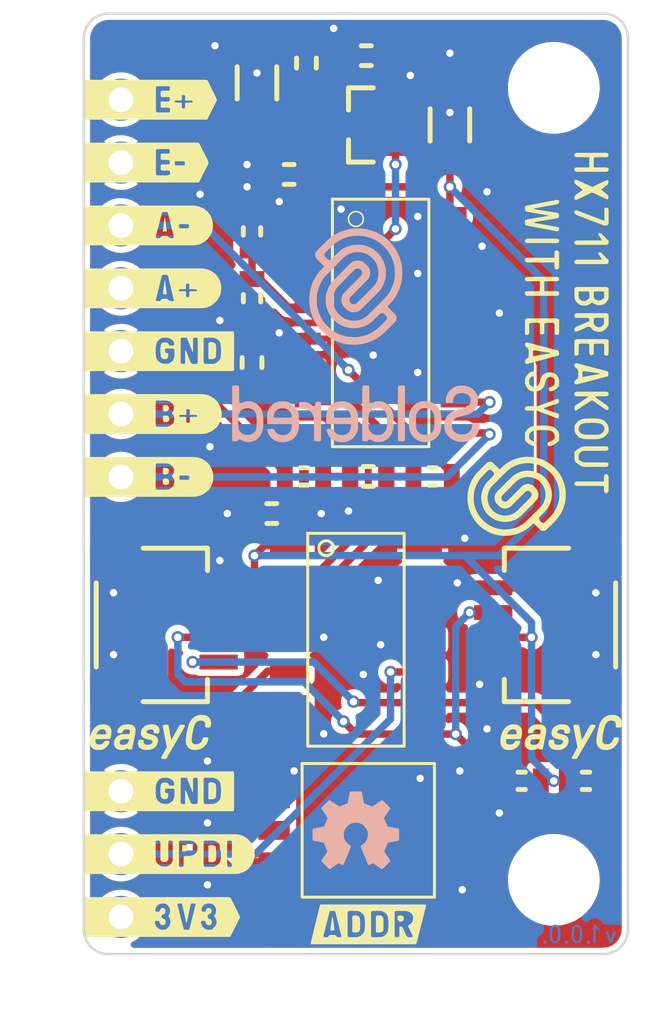
<source format=kicad_pcb>
(kicad_pcb (version 20210126) (generator pcbnew)
  (layers (0 "F.Cu" signal) (31 "B.Cu" signal) (34 "B.Paste" user) (35 "F.Paste" user) (36 "B.SilkS" user "B.Silkscreen") (37 "F.SilkS" user "F.Silkscreen") (38 "B.Mask" user) (39 "F.Mask" user) (44 "Edge.Cuts" user))
  (net 0 "")
  (net 1 "Net-(C1-Pad2)")
  (net 2 "GND")
  (net 3 "Net-(C3-Pad2)")
  (net 4 "Net-(C4-Pad2)")
  (net 5 "Net-(C4-Pad1)")
  (net 6 "3V3")
  (net 7 "Net-(K1-Pad3)")
  (net 8 "Net-(K1-Pad2)")
  (net 9 "Net-(K2-Pad2)")
  (net 10 "Net-(K2-Pad1)")
  (net 11 "SDA")
  (net 12 "SCL")
  (net 13 "UPDI")
  (net 14 "ADD3")
  (net 15 "ADD2")
  (net 16 "ADD1")
  (net 17 "Net-(L1-Pad2)")
  (net 18 "Net-(Q1-Pad1)")
  (net 19 "Net-(R3-Pad1)")
  (net 21 "DOUT")
  (net 22 "SCK")
  (footprint "e-radionica.com footprinti:0603L" (layer "F.Cu") (at 91.4 113.7)
    (fp_text reference "L1")
    (fp_text value "3.3uH")
    (pad "1" smd rect (at -0.71 0) (size 0.66 1) (layers "F.Cu" "F.Paste" "F.Mask") (net 1 "Net-(C1-Pad2)"))
    (pad "2" smd rect (at 0.75 0) (size 0.66 1) (layers "F.Cu" "F.Paste" "F.Mask") (net 17 "Net-(L1-Pad2)"))
  )
  (footprint "e-radionica.com footprinti:SOIC-14" (layer "F.Cu") (at 91 137.3)
    (fp_text reference "U2")
    (fp_text value "ATTINY404-SSNR")
    (pad "1" smd rect (at -2.7 -3.81) (size 1.55 0.6) (layers "F.Cu" "F.Paste" "F.Mask") (net 6 "3V3"))
    (pad "2" smd rect (at -2.7 -2.54) (size 1.55 0.6) (layers "F.Cu" "F.Paste" "F.Mask") (net 22 "SCK"))
    (pad "3" smd rect (at -2.7 -1.27) (size 1.55 0.6) (layers "F.Cu" "F.Paste" "F.Mask") (net 21 "DOUT"))
    (pad "4" smd rect (at -2.7 0) (size 1.55 0.6) (layers "F.Cu" "F.Paste" "F.Mask"))
    (pad "5" smd rect (at -2.7 1.27) (size 1.55 0.6) (layers "F.Cu" "F.Paste" "F.Mask") (net 14 "ADD3"))
    (pad "6" smd rect (at -2.7 2.54) (size 1.55 0.6) (layers "F.Cu" "F.Paste" "F.Mask") (net 15 "ADD2"))
    (pad "7" smd rect (at -2.7 3.81) (size 1.55 0.6) (layers "F.Cu" "F.Paste" "F.Mask") (net 16 "ADD1"))
    (pad "8" smd rect (at 2.7 3.81) (size 1.55 0.6) (layers "F.Cu" "F.Paste" "F.Mask") (net 11 "SDA"))
    (pad "9" smd rect (at 2.7 2.54) (size 1.55 0.6) (layers "F.Cu" "F.Paste" "F.Mask") (net 12 "SCL"))
    (pad "10" smd rect (at 2.7 1.27) (size 1.55 0.6) (layers "F.Cu" "F.Paste" "F.Mask") (net 13 "UPDI"))
    (pad "11" smd rect (at 2.7 0) (size 1.55 0.6) (layers "F.Cu" "F.Paste" "F.Mask"))
    (pad "12" smd rect (at 2.7 -1.27) (size 1.55 0.6) (layers "F.Cu" "F.Paste" "F.Mask"))
    (pad "13" smd rect (at 2.7 -2.54) (size 1.55 0.6) (layers "F.Cu" "F.Paste" "F.Mask"))
    (pad "14" smd rect (at 2.7 -3.81) (size 1.55 0.6) (layers "F.Cu" "F.Paste" "F.Mask") (net 2 "GND"))
  )
  (footprint "buzzardLabel" (layer "F.Cu") (at 79.6 145.96)
    (fp_text reference "" (at 0 0) (layer "F.SilkS") (effects (font (size 1.27 1.27))))
    (fp_text value "" (at 0 0) (layer "F.SilkS") (effects (font (size 1.27 1.27))))
  )
  (footprint "buzzardLabel" (layer "F.Cu") (at 79.6 123.1)
    (fp_text reference "" (at 0 0) (layer "F.SilkS") (effects (font (size 1.27 1.27))))
    (fp_text value "" (at 0 0) (layer "F.SilkS") (effects (font (size 1.27 1.27))))
  )
  (footprint "e-radionica.com footprinti:0603R" (layer "F.Cu") (at 88.9 130.7 180)
    (fp_text reference "R2")
    (fp_text value "100R")
    (pad "1" smd rect (at -0.775 0 270) (size 1 0.64) (layers "F.Cu" "F.Paste" "F.Mask") (net 5 "Net-(C4-Pad1)"))
    (pad "2" smd rect (at 0.775 0 270) (size 1 0.64) (layers "F.Cu" "F.Paste" "F.Mask") (net 8 "Net-(K1-Pad2)"))
  )
  (footprint "buzzardLabel" (layer "F.Cu") (at 79.6 120.56)
    (fp_text reference "" (at 0 0) (layer "F.SilkS") (effects (font (size 1.27 1.27))))
    (fp_text value "" (at 0 0) (layer "F.SilkS") (effects (font (size 1.27 1.27))))
  )
  (footprint "Soldered Graphics:Logo-Back-OSH-3.5mm" (layer "F.Cu") (at 91 145)
    (fp_text reference "G***" hide)
    (fp_text value "LOGO" hide)
  )
  (footprint "buzzardLabel" (layer "F.Cu") (at 79.6 128.18)
    (fp_text reference "" (at 0 0) (layer "F.SilkS") (effects (font (size 1.27 1.27))))
    (fp_text value "" (at 0 0) (layer "F.SilkS") (effects (font (size 1.27 1.27))))
  )
  (footprint "Soldered Graphics:Logo-Back-SolderedVERTICAL-10mm" (layer "F.Cu") (at 91 125)
    (fp_text reference "G***" hide)
    (fp_text value "LOGO" hide)
  )
  (footprint "e-radionica.com footprinti:1206C" (layer "F.Cu") (at 87 114.8 -90)
    (fp_text reference "C2")
    (fp_text value "10uF")
    (pad "1" smd rect (at -1.525 0) (size 1.75 1) (layers "F.Cu" "F.Paste" "F.Mask") (net 2 "GND"))
    (pad "2" smd rect (at 1.525 0) (size 1.75 1) (layers "F.Cu" "F.Paste" "F.Mask") (net 1 "Net-(C1-Pad2)"))
  )
  (footprint "e-radionica.com footprinti:FIDUCIAL_1MM_PASTE" (layer "F.Cu") (at 88 149)
    (fp_text reference "FD1")
    (fp_text value "Fiducial_Stencil")
    (pad "1" smd circle (at 0 0) (size 1 1) (property pad_prop_fiducial_glob) (layers "F.Cu" "F.Paste" "F.Mask"))
  )
  (footprint "e-radionica.com footprinti:HOLE_3.2mm" (layer "F.Cu") (at 99 115)
    (fp_text reference "H1" hide)
    (fp_text value "HOLE_3.2mm" hide)
    (pad "" np_thru_hole circle (at 0 0) (size 3.2 3.2) (drill 3.2) (layers F&B.Cu *.Mask))
  )
  (footprint "e-radionica.com footprinti:0603R" (layer "F.Cu") (at 100.3 143 180)
    (fp_text reference "R6")
    (fp_text value "10k")
    (pad "1" smd rect (at -0.775 0 270) (size 1 0.64) (layers "F.Cu" "F.Paste" "F.Mask") (net 12 "SCL"))
    (pad "2" smd rect (at 0.775 0 270) (size 1 0.64) (layers "F.Cu" "F.Paste" "F.Mask") (net 6 "3V3"))
  )
  (footprint "e-radionica.com footprinti:1206C" (layer "F.Cu") (at 94.8 116.5 -90)
    (fp_text reference "C6")
    (fp_text value "10uF")
    (pad "1" smd rect (at -1.525 0) (size 1.75 1) (layers "F.Cu" "F.Paste" "F.Mask") (net 2 "GND"))
    (pad "2" smd rect (at 1.525 0) (size 1.75 1) (layers "F.Cu" "F.Paste" "F.Mask") (net 6 "3V3"))
  )
  (footprint "e-radionica.com footprinti:easyC-connector" (layer "F.Cu") (at 83.3 136.7 90)
    (fp_text reference "K5")
    (fp_text value "easyC-SMD")
    (pad "1" smd rect (at -1.5 2.15 90) (size 0.6 1.55) (layers "F.Cu" "F.Paste" "F.Mask") (net 12 "SCL"))
    (pad "2" smd rect (at -0.5 2.15 90) (size 0.6 1.55) (layers "F.Cu" "F.Paste" "F.Mask") (net 11 "SDA"))
    (pad "3" smd rect (at 0.5 2.15 90) (size 0.6 1.55) (layers "F.Cu" "F.Paste" "F.Mask") (net 6 "3V3"))
    (pad "4" smd rect (at 1.5 2.15 90) (size 0.6 1.55) (layers "F.Cu" "F.Paste" "F.Mask") (net 2 "GND"))
    (pad "5" smd rect (at 2.6 -2.15 90) (size 1.2 1.8) (layers "F.Cu" "F.Paste" "F.Mask") (net 2 "GND"))
    (pad "5" smd rect (at -2.6 -2.15 90) (size 1.2 1.8) (layers "F.Cu" "F.Paste" "F.Mask") (net 2 "GND"))
  )
  (footprint "buzzardLabel" (layer "F.Cu") (at 79.6 143.42)
    (fp_text reference "" (at 0 0) (layer "F.SilkS") (effects (font (size 1.27 1.27))))
    (fp_text value "" (at 0 0) (layer "F.SilkS") (effects (font (size 1.27 1.27))))
  )
  (footprint "e-radionica.com footprinti:0603R" (layer "F.Cu") (at 97.7 143)
    (fp_text reference "R5")
    (fp_text value "10k")
    (pad "1" smd rect (at -0.775 0 90) (size 1 0.64) (layers "F.Cu" "F.Paste" "F.Mask") (net 11 "SDA"))
    (pad "2" smd rect (at 0.775 0 90) (size 1 0.64) (layers "F.Cu" "F.Paste" "F.Mask") (net 6 "3V3"))
  )
  (footprint "e-radionica.com footprinti:SOT-23-3" (layer "F.Cu") (at 91.4 116.5 180)
    (fp_text reference "Q1")
    (fp_text value "MMBT4403")
    (pad "1" smd rect (at -1.2 -0.95 270) (size 0.6 1) (layers "F.Cu" "F.Paste" "F.Mask") (net 18 "Net-(Q1-Pad1)"))
    (pad "2" smd rect (at -1.2 0.95 270) (size 0.6 1) (layers "F.Cu" "F.Paste" "F.Mask") (net 6 "3V3"))
    (pad "3" smd rect (at 1.2 0 270) (size 0.6 1) (layers "F.Cu" "F.Paste" "F.Mask") (net 17 "Net-(L1-Pad2)"))
  )
  (footprint "e-radionica.com footprinti:0603R" (layer "F.Cu") (at 86.8 120.8 90)
    (fp_text reference "R3")
    (fp_text value "20k")
    (pad "1" smd rect (at -0.775 0 180) (size 1 0.64) (layers "F.Cu" "F.Paste" "F.Mask") (net 19 "Net-(R3-Pad1)"))
    (pad "2" smd rect (at 0.775 0 180) (size 1 0.64) (layers "F.Cu" "F.Paste" "F.Mask") (net 17 "Net-(L1-Pad2)"))
  )
  (footprint "e-radionica.com footprinti:0603C" (layer "F.Cu") (at 88.3 118.5)
    (fp_text reference "C5")
    (fp_text value "100nF")
    (pad "1" smd rect (at -0.73 0) (size 0.66 1) (layers "F.Cu" "F.Paste" "F.Mask") (net 2 "GND"))
    (pad "2" smd rect (at 0.73 0) (size 0.66 1) (layers "F.Cu" "F.Paste" "F.Mask") (net 6 "3V3"))
  )
  (footprint "Soldered Graphics:Logo-Front-easyC-5mm" (layer "F.Cu") (at 99.3 141.2)
    (fp_text reference "G***" hide)
    (fp_text value "LOGO" hide)
  )
  (footprint "e-radionica.com footprinti:0603C" (layer "F.Cu") (at 91.5 130.7)
    (fp_text reference "C4")
    (fp_text value "100nF")
    (pad "1" smd rect (at -0.73 0) (size 0.66 1) (layers "F.Cu" "F.Paste" "F.Mask") (net 5 "Net-(C4-Pad1)"))
    (pad "2" smd rect (at 0.73 0) (size 0.66 1) (layers "F.Cu" "F.Paste" "F.Mask") (net 4 "Net-(C4-Pad2)"))
  )
  (footprint "e-radionica.com footprinti:HOLE_3.2mm" (layer "F.Cu") (at 99 147)
    (fp_text reference "H2" hide)
    (fp_text value "HOLE_3.2mm" hide)
    (pad "" np_thru_hole circle (at 0 0) (size 3.2 3.2) (drill 3.2) (layers F&B.Cu *.Mask))
  )
  (footprint "buzzardLabel" (layer "F.Cu") (at 91.5 148.8)
    (fp_text reference "" (at 0 0) (layer "F.SilkS") (effects (font (size 1.27 1.27))))
    (fp_text value "" (at 0 0) (layer "F.SilkS") (effects (font (size 1.27 1.27))))
  )
  (footprint "e-radionica.com footprinti:HEADER-UPDI" (layer "F.Cu") (at 81.5 145.96 90)
    (fp_text reference "K4")
    (fp_text value "HEADER-UPDI")
    (pad "1" thru_hole circle (at -2.54 0 90) (size 1.7 1.7) (drill 1) (layers *.Cu "B.Mask") (net 6 "3V3"))
    (pad "2" thru_hole circle (at 0 0 90) (size 1.7 1.7) (drill 1) (layers *.Cu "B.Mask") (net 13 "UPDI"))
    (pad "3" thru_hole circle (at 2.54 0 90) (size 1.7 1.7) (drill 1) (layers *.Cu "B.Mask") (net 2 "GND"))
  )
  (footprint "e-radionica.com footprinti:DSHP03TS-S" (layer "F.Cu") (at 91.5 145)
    (fp_text reference "K6")
    (fp_text value "DSHP03TS-S")
    (pad "1" smd rect (at -3.81 -1.27 90) (size 0.76 1.27) (layers "F.Cu" "F.Paste" "F.Mask") (net 16 "ADD1"))
    (pad "2" smd rect (at 3.81 -1.27 90) (size 0.76 1.27) (layers "F.Cu" "F.Paste" "F.Mask") (net 2 "GND"))
    (pad "3" smd rect (at -3.81 0 90) (size 0.76 1.27) (layers "F.Cu" "F.Paste" "F.Mask") (net 15 "ADD2"))
    (pad "4" smd rect (at 3.81 0 90) (size 0.76 1.27) (layers "F.Cu" "F.Paste" "F.Mask") (net 2 "GND"))
    (pad "5" smd rect (at -3.81 1.27 90) (size 0.76 1.27) (layers "F.Cu" "F.Paste" "F.Mask") (net 14 "ADD3"))
    (pad "6" smd rect (at 3.81 1.27 90) (size 0.76 1.27) (layers "F.Cu" "F.Paste" "F.Mask") (net 2 "GND"))
  )
  (footprint "e-radionica.com footprinti:0603C" (layer "F.Cu") (at 86.8 126.1 -90)
    (fp_text reference "C3")
    (fp_text value "100nF")
    (pad "1" smd rect (at -0.73 0 270) (size 0.66 1) (layers "F.Cu" "F.Paste" "F.Mask") (net 2 "GND"))
    (pad "2" smd rect (at 0.73 0 270) (size 0.66 1) (layers "F.Cu" "F.Paste" "F.Mask") (net 3 "Net-(C3-Pad2)"))
  )
  (footprint "buzzardLabel" (layer "F.Cu") (at 79.6 115.48)
    (fp_text reference "" (at 0 0) (layer "F.SilkS") (effects (font (size 1.27 1.27))))
    (fp_text value "" (at 0 0) (layer "F.SilkS") (effects (font (size 1.27 1.27))))
  )
  (footprint "buzzardLabel" (layer "F.Cu") (at 79.6 125.64)
    (fp_text reference "" (at 0 0) (layer "F.SilkS") (effects (font (size 1.27 1.27))))
    (fp_text value "" (at 0 0) (layer "F.SilkS") (effects (font (size 1.27 1.27))))
  )
  (footprint "e-radionica.com footprinti:SOP-16" (layer "F.Cu") (at 92 124.5)
    (fp_text reference "U1")
    (fp_text value "HX711")
    (pad "1" smd rect (at -2.95 -4.445) (size 1.05 0.48) (layers "F.Cu" "F.Paste" "F.Mask") (net 6 "3V3"))
    (pad "2" smd rect (at -2.95 -3.175) (size 1.05 0.48) (layers "F.Cu" "F.Paste" "F.Mask") (net 18 "Net-(Q1-Pad1)"))
    (pad "3" smd rect (at -2.95 -1.905) (size 1.05 0.48) (layers "F.Cu" "F.Paste" "F.Mask") (net 17 "Net-(L1-Pad2)"))
    (pad "4" smd rect (at -2.95 -0.635) (size 1.05 0.48) (layers "F.Cu" "F.Paste" "F.Mask") (net 19 "Net-(R3-Pad1)"))
    (pad "5" smd rect (at -2.95 0.635) (size 1.05 0.48) (layers "F.Cu" "F.Paste" "F.Mask") (net 2 "GND"))
    (pad "6" smd rect (at -2.95 1.905) (size 1.05 0.48) (layers "F.Cu" "F.Paste" "F.Mask") (net 3 "Net-(C3-Pad2)"))
    (pad "7" smd rect (at -2.95 3.175) (size 1.05 0.48) (layers "F.Cu" "F.Paste" "F.Mask") (net 4 "Net-(C4-Pad2)"))
    (pad "8" smd rect (at -2.95 4.445) (size 1.05 0.48) (layers "F.Cu" "F.Paste" "F.Mask") (net 5 "Net-(C4-Pad1)"))
    (pad "9" smd rect (at 2.95 4.445) (size 1.05 0.48) (layers "F.Cu" "F.Paste" "F.Mask") (net 10 "Net-(K2-Pad1)"))
    (pad "10" smd rect (at 2.95 3.175) (size 1.05 0.48) (layers "F.Cu" "F.Paste" "F.Mask") (net 9 "Net-(K2-Pad2)"))
    (pad "11" smd rect (at 2.95 1.905) (size 1.05 0.48) (layers "F.Cu" "F.Paste" "F.Mask") (net 22 "SCK"))
    (pad "12" smd rect (at 2.95 0.635) (size 1.05 0.48) (layers "F.Cu" "F.Paste" "F.Mask") (net 21 "DOUT"))
    (pad "13" smd rect (at 2.95 -0.635) (size 1.05 0.48) (layers "F.Cu" "F.Paste" "F.Mask"))
    (pad "14" smd rect (at 2.95 -1.905) (size 1.05 0.48) (layers "F.Cu" "F.Paste" "F.Mask") (net 2 "GND"))
    (pad "15" smd rect (at 2.95 -3.175) (size 1.05 0.48) (layers "F.Cu" "F.Paste" "F.Mask") (net 2 "GND"))
    (pad "16" smd rect (at 2.95 -4.445) (size 1.05 0.48) (layers "F.Cu" "F.Paste" "F.Mask") (net 6 "3V3"))
  )
  (footprint "buzzardLabel" (layer "F.Cu") (at 98.5 124.5 -90)
    (fp_text reference "" (at 0 0 90) (layer "F.SilkS") (effects (font (size 1.27 1.27))))
    (fp_text value "" (at 0 0 90) (layer "F.SilkS") (effects (font (size 1.27 1.27))))
  )
  (footprint "e-radionica.com footprinti:0603C" (layer "F.Cu") (at 89 114 -90)
    (fp_text reference "C1")
    (fp_text value "100nF")
    (pad "1" smd rect (at -0.73 0 270) (size 0.66 1) (layers "F.Cu" "F.Paste" "F.Mask") (net 2 "GND"))
    (pad "2" smd rect (at 0.73 0 270) (size 0.66 1) (layers "F.Cu" "F.Paste" "F.Mask") (net 1 "Net-(C1-Pad2)"))
  )
  (footprint "e-radionica.com footprinti:0603C" (layer "F.Cu") (at 87.6 132.2 180)
    (fp_text reference "C7")
    (fp_text value "0.1uF")
    (pad "1" smd rect (at -0.73 0 180) (size 0.66 1) (layers "F.Cu" "F.Paste" "F.Mask") (net 6 "3V3"))
    (pad "2" smd rect (at 0.73 0 180) (size 0.66 1) (layers "F.Cu" "F.Paste" "F.Mask") (net 2 "GND"))
  )
  (footprint "Soldered Graphics:Logo-Front-easyC-5mm" (layer "F.Cu") (at 82.7 141.2)
    (fp_text reference "G***" hide)
    (fp_text value "LOGO" hide)
  )
  (footprint "buzzardLabel" (layer "F.Cu") (at 79.6 148.5)
    (fp_text reference "" (at 0 0) (layer "F.SilkS") (effects (font (size 1.27 1.27))))
    (fp_text value "" (at 0 0) (layer "F.SilkS") (effects (font (size 1.27 1.27))))
  )
  (footprint "e-radionica.com footprinti:easyC-connector" (layer "F.Cu") (at 98.7 136.7 -90)
    (fp_text reference "K3")
    (fp_text value "easyC-SMD")
    (pad "1" smd rect (at -1.5 2.15 270) (size 0.6 1.55) (layers "F.Cu" "F.Paste" "F.Mask") (net 12 "SCL"))
    (pad "2" smd rect (at -0.5 2.15 270) (size 0.6 1.55) (layers "F.Cu" "F.Paste" "F.Mask") (net 11 "SDA"))
    (pad "3" smd rect (at 0.5 2.15 270) (size 0.6 1.55) (layers "F.Cu" "F.Paste" "F.Mask") (net 6 "3V3"))
    (pad "4" smd rect (at 1.5 2.15 270) (size 0.6 1.55) (layers "F.Cu" "F.Paste" "F.Mask") (net 2 "GND"))
    (pad "5" smd rect (at -2.6 -2.15 270) (size 1.2 1.8) (layers "F.Cu" "F.Paste" "F.Mask") (net 2 "GND"))
    (pad "5" smd rect (at 2.6 -2.15 270) (size 1.2 1.8) (layers "F.Cu" "F.Paste" "F.Mask") (net 2 "GND"))
  )
  (footprint "Soldered Graphics:Logo-Front-Soldered-4mm" (layer "F.Cu") (at 97.5 131.5 90)
    (fp_text reference "G***" hide)
    (fp_text value "LOGO" hide)
  )
  (footprint "buzzardLabel" (layer "F.Cu") (at 79.6 130.72)
    (fp_text reference "" (at 0 0) (layer "F.SilkS") (effects (font (size 1.27 1.27))))
    (fp_text value "" (at 0 0) (layer "F.SilkS") (effects (font (size 1.27 1.27))))
  )
  (footprint "e-radionica.com footprinti:0603R" (layer "F.Cu") (at 94.1 130.7)
    (fp_text reference "R1")
    (fp_text value "100R")
    (pad "1" smd rect (at -0.775 0 90) (size 1 0.64) (layers "F.Cu" "F.Paste" "F.Mask") (net 4 "Net-(C4-Pad2)"))
    (pad "2" smd rect (at 0.775 0 90) (size 1 0.64) (layers "F.Cu" "F.Paste" "F.Mask") (net 7 "Net-(K1-Pad3)"))
  )
  (footprint "buzzardLabel" (layer "F.Cu") (at 79.6 118.02)
    (fp_text reference "" (at 0 0) (layer "F.SilkS") (effects (font (size 1.27 1.27))))
    (fp_text value "" (at 0 0) (layer "F.SilkS") (effects (font (size 1.27 1.27))))
  )
  (footprint "buzzardLabel" (layer "F.Cu") (at 100.5 124.5 -90)
    (fp_text reference "" (at 0 0 90) (layer "F.SilkS") (effects (font (size 1.27 1.27))))
    (fp_text value "" (at 0 0 90) (layer "F.SilkS") (effects (font (size 1.27 1.27))))
  )
  (footprint "e-radionica.com footprinti:0603R" (layer "F.Cu") (at 86.8 123.5 90)
    (fp_text reference "R4")
    (fp_text value "8.2k")
    (pad "1" smd rect (at -0.775 0 180) (size 1 0.64) (layers "F.Cu" "F.Paste" "F.Mask") (net 2 "GND"))
    (pad "2" smd rect (at 0.775 0 180) (size 1 0.64) (layers "F.Cu" "F.Paste" "F.Mask") (net 19 "Net-(R3-Pad1)"))
  )
  (footprint "e-radionica.com footprinti:HEADER_MALE_5X1" (layer "B.Cu") (at 81.5 120.56 90)
    (fp_text reference "K1")
    (fp_text value "HEADER_MALE_5X1")
    (pad "1" thru_hole circle (at -5.08 0 90) (size 1.7 1.7) (drill 1) (layers *.Cu *.Mask) (net 2 "GND"))
    (pad "2" thru_hole circle (at -2.54 0 90) (size 1.7 1.7) (drill 1) (layers *.Cu *.Mask) (net 8 "Net-(K1-Pad2)"))
    (pad "3" thru_hole circle (at 0 0 90) (size 1.7 1.7) (drill 1) (layers *.Cu *.Mask) (net 7 "Net-(K1-Pad3)"))
    (pad "4" thru_hole circle (at 2.54 0 90) (size 1.7 1.7) (drill 1) (layers *.Cu *.Mask) (net 2 "GND"))
    (pad "5" thru_hole circle (at 5.08 0 90) (size 1.7 1.7) (drill 1) (layers *.Cu *.Mask) (net 1 "Net-(C1-Pad2)"))
  )
  (footprint "e-radionica.com footprinti:HEADER_MALE_2X1" (layer "B.Cu") (at 81.5 129.45 90)
    (fp_text reference "K2")
    (fp_text value "HEADER_MALE_2X1")
    (pad "1" thru_hole circle (at -1.27 0 90) (size 1.524 1.524) (drill 1) (layers *.Cu *.Mask) (net 10 "Net-(K2-Pad1)"))
    (pad "2" thru_hole circle (at 1.27 0 90) (size 1.524 1.524) (drill 1) (layers *.Cu *.Mask) (net 9 "Net-(K2-Pad2)"))
  )
  (footprint "Soldered Graphics:Version1.0.0." (layer "B.Cu") (at 100 149.2 180)
    (fp_text reference "" (at 0 0) (layer "B.SilkS") (effects (font (size 1.27 1.27)) (justify mirror)))
    (fp_text value "" (at 0 0) (layer "B.SilkS") (effects (font (size 1.27 1.27)) (justify mirror)))
    (fp_poly (pts (xy 0.06 -0.35) (xy 0.11 -0.35) (xy 0.17 -0.33) (xy 0.13 -0.28) (xy 0.03 -0.28) (xy -0.01 -0.25) (xy -0.03 -0.2) (xy -0.05 -0.15) (xy -0.05 -0.11) (xy -0.05 0.01) (xy -0.05 0.13) (xy -0.05 0.17) (xy -0.03 0.22) (xy -0.01 0.27) (xy 0.02 0.3) (xy 0.13 0.3) (xy 0.16 0.26) (xy 0.18 0.21) (xy 0.18 0.15) (xy 0.19 0.05) (xy 0.19 -0.08) (xy 0.19 -0.12) (xy 0.18 -0.17) (xy 0.16 -0.22) (xy 0.14 -0.27) (xy 0.14 -0.28) (xy 0.17 -0.32) (xy 0.21 -0.29) (xy 0.24 -0.26) (xy 0.26 -0.22) (xy 0.27 -0.16) (xy 0.28 -0.11) (xy 0.28 -0.06) (xy 0.28 0.06) (xy 0.28 0.12) (xy 0.27 0.17) (xy 0.26 0.22) (xy 0.25 0.27) (xy 0.22 0.3) (xy 0.19 0.34) (xy 0.13 0.37) (xy 0.08 0.38) (xy 0.02 0.38) (xy -0.03 0.35) (xy -0.08 0.31) (xy -0.1 0.28) (xy -0.12 0.23) (xy -0.14 0.18) (xy -0.14 0.13) (xy -0.15 0.08) (xy -0.15 -0.04) (xy -0.14 -0.1) (xy -0.14 -0.14) (xy -0.13 -0.2) (xy -0.11 -0.25) (xy -0.08 -0.28) (xy -0.05 -0.32) (xy 0.01 -0.35) (xy 0.06 -0.35)) (layer "B.Cu") (width 0.01) (fill solid))
    (fp_poly (pts (xy -0.67 -0.35) (xy -0.62 -0.35) (xy -0.6 -0.31) (xy -0.6 0.35) (xy -0.64 0.38) (xy -0.69 0.38) (xy -0.73 0.34) (xy -0.84 0.22) (xy -0.86 0.17) (xy -0.83 0.16) (xy -0.73 0.22) (xy -0.69 0.23) (xy -0.69 -0.31) (xy -0.67 -0.35)) (layer "B.Cu") (width 0.01) (fill solid))
    (fp_poly (pts (xy 0.43 -0.38) (xy 0.48 -0.38) (xy 0.54 -0.37) (xy 0.54 -0.33) (xy 0.54 -0.27) (xy 0.5 -0.26) (xy 0.45 -0.26) (xy 0.42 -0.29) (xy 0.42 -0.34) (xy 0.43 -0.38)) (layer "B.Cu") (width 0.01) (fill solid))
    (fp_poly (pts (xy -1.33 -0.35) (xy -1.27 -0.35) (xy -1.25 -0.31) (xy -1.09 0.1) (xy -1.11 0.13) (xy -1.16 0.13) (xy -1.19 0.1) (xy -1.28 -0.16) (xy -1.3 -0.21) (xy -1.32 -0.17) (xy -1.41 0.09) (xy -1.44 0.13) (xy -1.49 0.13) (xy -1.51 0.1) (xy -1.36 -0.31) (xy -1.33 -0.35)) (layer "B.Cu") (width 0.01) (fill solid))
    (fp_poly (pts (xy -0.44 -0.38) (xy -0.39 -0.38) (xy -0.34 -0.37) (xy -0.34 -0.33) (xy -0.34 -0.27) (xy -0.38 -0.26) (xy -0.43 -0.26) (xy -0.46 -0.29) (xy -0.46 -0.34) (xy -0.44 -0.38)) (layer "B.Cu") (width 0.01) (fill solid))
    (fp_poly (pts (xy 0.93 -0.35) (xy 0.99 -0.35) (xy 1.04 -0.33) (xy 1.01 -0.28) (xy 0.91 -0.28) (xy 0.87 -0.25) (xy 0.85 -0.2) (xy 0.83 -0.15) (xy 0.83 -0.11) (xy 0.82 0.01) (xy 0.83 0.13) (xy 0.83 0.17) (xy 0.84 0.22) (xy 0.87 0.27) (xy 0.9 0.3) (xy 1.01 0.3) (xy 1.04 0.26) (xy 1.05 0.21) (xy 1.06 0.15) (xy 1.07 0.05) (xy 1.07 -0.08) (xy 1.06 -0.12) (xy 1.06 -0.17) (xy 1.04 -0.22) (xy 1.02 -0.27) (xy 1.01 -0.28) (xy 1.05 -0.32) (xy 1.09 -0.29) (xy 1.12 -0.26) (xy 1.14 -0.22) (xy 1.15 -0.16) (xy 1.16 -0.11) (xy 1.16 -0.06) (xy 1.16 0.06) (xy 1.16 0.12) (xy 1.15 0.17) (xy 1.14 0.22) (xy 1.13 0.27) (xy 1.1 0.3) (xy 1.06 0.34) (xy 1.01 0.37) (xy 0.95 0.38) (xy 0.9 0.38) (xy 0.84 0.35) (xy 0.8 0.31) (xy 0.78 0.28) (xy 0.75 0.23) (xy 0.74 0.18) (xy 0.74 0.13) (xy 0.73 0.08) (xy 0.73 -0.04) (xy 0.73 -0.1) (xy 0.74 -0.14) (xy 0.75 -0.2) (xy 0.77 -0.25) (xy 0.79 -0.28) (xy 0.83 -0.32) (xy 0.89 -0.35) (xy 0.93 -0.35)) (layer "B.Cu") (width 0.01) (fill solid))
    (fp_poly (pts (xy 1.31 -0.38) (xy 1.36 -0.38) (xy 1.41 -0.37) (xy 1.42 -0.33) (xy 1.42 -0.27) (xy 1.38 -0.26) (xy 1.33 -0.26) (xy 1.3 -0.29) (xy 1.3 -0.34) (xy 1.31 -0.38)) (layer "B.Cu") (width 0.01) (fill solid))
  )
  (gr_arc (start 81 113) (end 81 112) (angle -90) (layer "Edge.Cuts") (width 0.1))
  (gr_line (start 101 112) (end 81 112) (layer "Edge.Cuts") (width 0.1))
  (gr_line (start 102 149) (end 102 113) (layer "Edge.Cuts") (width 0.1))
  (gr_line (start 81 150) (end 101 150) (layer "Edge.Cuts") (width 0.1))
  (gr_line (start 80 113) (end 80 149) (layer "Edge.Cuts") (width 0.1))
  (gr_arc (start 101 149) (end 101 150) (angle -90) (layer "Edge.Cuts") (width 0.1))
  (gr_arc (start 101 113) (end 102 113) (angle -90) (layer "Edge.Cuts") (width 0.1))
  (gr_arc (start 81 149) (end 81 150) (angle 90) (layer "Edge.Cuts") (width 0.1))
  (segment (start 89.77 114.73) (end 89 114.73) (width 0.3) (layer "F.Cu") (net 1))
  (segment (start 86.95 116.325) (end 87.675 116.325) (width 0.3) (layer "F.Cu") (net 1))
  (segment (start 89 115) (end 89 114.73) (width 0.3) (layer "F.Cu") (net 1))
  (segment (start 87.675 116.325) (end 89 115) (width 0.3) (layer "F.Cu") (net 1))
  (segment (start 81.5 115.48) (end 84.58 115.48) (width 0.3) (layer "F.Cu") (net 1))
  (segment (start 85.4 116.3) (end 86.925 116.3) (width 0.3) (layer "F.Cu") (net 1))
  (segment (start 90.69 113.81) (end 89.77 114.73) (width 0.3) (layer "F.Cu") (net 1))
  (segment (start 84.58 115.48) (end 85.4 116.3) (width 0.3) (layer "F.Cu") (net 1))
  (segment (start 86.925 116.3) (end 86.95 116.325) (width 0.3) (layer "F.Cu") (net 1))
  (segment (start 90.69 113.7) (end 90.69 113.81) (width 0.3) (layer "F.Cu") (net 1))
  (via (at 85 147.2) (size 0.5) (drill 0.3) (layers "F.Cu" "B.Cu") (net 2))
  (via (at 91.7 125.8) (size 0.5) (drill 0.3) (layers "F.Cu" "B.Cu") (net 2))
  (via (at 90.1 112.6) (size 0.5) (drill 0.3) (layers "F.Cu" "B.Cu") (net 2))
  (via (at 100.7 135.4) (size 0.5) (drill 0.3) (layers "F.Cu" "B.Cu") (net 2))
  (via (at 89.7 141.1) (size 0.5) (drill 0.3) (layers "F.Cu" "B.Cu") (net 2))
  (via (at 95.2 142.6) (size 0.5) (drill 0.3) (layers "F.Cu" "B.Cu") (net 2))
  (via (at 85 144.7) (size 0.5) (drill 0.3) (layers "F.Cu" "B.Cu") (net 2))
  (via (at 85.5 124.4) (size 0.5) (drill 0.3) (layers "F.Cu" "B.Cu") (net 2))
  (via (at 96.1 121.4) (size 0.5) (drill 0.3) (layers "F.Cu" "B.Cu") (net 2))
  (via (at 85.1 129.5) (size 0.5) (drill 0.3) (layers "F.Cu" "B.Cu") (net 2))
  (via (at 87.9 124.9) (size 0.5) (drill 0.3) (layers "F.Cu" "B.Cu") (net 2))
  (via (at 85.3 113.3) (size 0.5) (drill 0.3) (layers "F.Cu" "B.Cu") (net 2))
  (via (at 87 114.4) (size 0.5) (drill 0.3) (layers "F.Cu" "B.Cu") (net 2))
  (via (at 95.1 135) (size 0.5) (drill 0.3) (layers "F.Cu" "B.Cu") (net 2))
  (via (at 91.3 138.7) (size 0.5) (drill 0.3) (layers "F.Cu" "B.Cu") (net 2))
  (via (at 89.7 137.2) (size 0.5) (drill 0.3) (layers "F.Cu" "B.Cu") (net 2))
  (via (at 91.9 134.9) (size 0.5) (drill 0.3) (layers "F.Cu" "B.Cu") (net 2))
  (via (at 89.6 132.2) (size 0.5) (drill 0.3) (layers "F.Cu" "B.Cu") (net 2))
  (via (at 85 142.2) (size 0.5) (drill 0.3) (layers "F.Cu" "B.Cu") (net 2))
  (via (at 85.8 132.2) (size 0.5) (drill 0.3) (layers "F.Cu" "B.Cu") (net 2))
  (via (at 92 137.5) (size 0.5) (drill 0.3) (layers "F.Cu" "B.Cu") (net 2))
  (via (at 86.6 118.1) (size 0.5) (drill 0.3) (layers "F.Cu" "B.Cu") (net 2))
  (via (at 93.6 142.9) (size 0.5) (drill 0.3) (layers "F.Cu" "B.Cu") (net 2))
  (via (at 96.8 144.3) (size 0.5) (drill 0.3) (layers "F.Cu" "B.Cu") (net 2))
  (via (at 87.9 119.6) (size 0.5) (drill 0.3) (layers "F.Cu" "B.Cu") (net 2))
  (via (at 93.5 120.2) (size 0.5) (drill 0.3) (layers "F.Cu" "B.Cu") (net 2))
  (via (at 94.8 113.6) (size 0.5) (drill 0.3) (layers "F.Cu" "B.Cu") (net 2))
  (via (at 90.7 132.1) (size 0.5) (drill 0.3) (layers "F.Cu" "B.Cu") (net 2))
  (via (at 94.8 116) (size 0.5) (drill 0.3) (layers "F.Cu" "B.Cu") (net 2))
  (via (at 96.8 124.1) (size 0.5) (drill 0.3) (layers "F.Cu" "B.Cu") (net 2))
  (via (at 85.5 134.1) (size 0.5) (drill 0.3) (layers "F.Cu" "B.Cu") (net 2))
  (via (at 81.2 135.4) (size 0.5) (drill 0.3) (layers "F.Cu" "B.Cu") (net 2))
  (via (at 84.7 119.3) (size 0.5) (drill 0.3) (layers "F.Cu" "B.Cu") (net 2))
  (via (at 93.2 114.5) (size 0.5) (drill 0.3) (layers "F.Cu" "B.Cu") (net 2))
  (via (at 95.3 147.4) (size 0.5) (drill 0.3) (layers "F.Cu" "B.Cu") (net 2))
  (via (at 86.6 119) (size 0.5) (drill 0.3) (layers "F.Cu" "B.Cu") (net 2))
  (via (at 96.3 140.9) (size 0.5) (drill 0.3) (layers "F.Cu" "B.Cu") (net 2))
  (via (at 93.5 122.5) (size 0.5) (drill 0.3) (layers "F.Cu" "B.Cu") (net 2))
  (via (at 96 139.1) (size 0.5) (drill 0.3) (layers "F.Cu" "B.Cu") (net 2))
  (via (at 95.4 133.2) (size 0.5) (drill 0.3) (layers "F.Cu" "B.Cu") (net 2))
  (via (at 81.2 137.9) (size 0.5) (drill 0.3) (layers "F.Cu" "B.Cu") (net 2))
  (via (at 93.5 126.5) (size 0.5) (drill 0.3) (layers "F.Cu" "B.Cu") (net 2))
  (via (at 90.4 119.9) (size 0.5) (drill 0.3) (layers "F.Cu" "B.Cu") (net 2))
  (via (at 96.3 119.2) (size 0.5) (drill 0.3) (layers "F.Cu" "B.Cu") (net 2))
  (via (at 100.7 137.9) (size 0.5) (drill 0.3) (layers "F.Cu" "B.Cu") (net 2))
  (via (at 88.5 142.6) (size 0.5) (drill 0.3) (layers "F.Cu" "B.Cu") (net 2))
  (segment (start 89.05 126.405) (end 88.095 126.405) (width 0.3) (layer "F.Cu") (net 3))
  (segment (start 87.67 126.83) (end 86.8 126.83) (width 0.3) (layer "F.Cu") (net 3))
  (segment (start 88.095 126.405) (end 87.67 126.83) (width 0.3) (layer "F.Cu") (net 3))
  (segment (start 93.325 130.125) (end 93.325 130.7) (width 0.3) (layer "F.Cu") (net 4))
  (segment (start 89.05 127.675) (end 90.875 127.675) (width 0.3) (layer "F.Cu") (net 4))
  (segment (start 92.23 130.7) (end 93.325 130.7) (width 0.3) (layer "F.Cu") (net 4))
  (segment (start 90.875 127.675) (end 93.325 130.125) (width 0.3) (layer "F.Cu") (net 4))
  (segment (start 89.675 130.7) (end 89.675 129.57) (width 0.3) (layer "F.Cu") (net 5))
  (segment (start 89.675 130.7) (end 90.77 130.7) (width 0.3) (layer "F.Cu") (net 5))
  (segment (start 89.675 129.57) (end 89.05 128.945) (width 0.3) (layer "F.Cu") (net 5))
  (segment (start 85.45 136.2) (end 83.5 136.2) (width 0.3) (layer "F.Cu") (net 6))
  (segment (start 98.1 137.2) (end 96.55 137.2) (width 0.3) (layer "F.Cu") (net 6))
  (segment (start 90.9 119) (end 90.4 118.5) (width 0.3) (layer "F.Cu") (net 6))
  (segment (start 83 139.5) (end 83 136.7) (width 0.3) (layer "F.Cu") (net 6))
  (segment (start 93.4 119) (end 90.9 119) (width 0.3) (layer "F.Cu") (net 6))
  (segment (start 92.65 115.55) (end 94.8 117.7) (width 0.3) (layer "F.Cu") (net 6))
  (segment (start 86.9 133.9) (end 87.31 133.49) (width 0.3) (layer "F.Cu") (net 6))
  (segment (start 94.8 119) (end 94.8 119.905) (width 0.3) (layer "F.Cu") (net 6))
  (segment (start 99 143) (end 98.475 143) (width 0.3) (layer "F.Cu") (net 6))
  (segment (start 85.45 136.2) (end 86.5 136.2) (width 0.3) (layer "F.Cu") (net 6))
  (segment (start 81.5 148.5) (end 83 148.5) (width 0.3) (layer "F.Cu") (net 6))
  (segment (start 84 140.5) (end 83 139.5) (width 0.3) (layer "F.Cu") (net 6))
  (segment (start 94.8 117.7) (end 94.8 118.025) (width 0.3) (layer "F.Cu") (net 6))
  (segment (start 83 148.5) (end 84 147.5) (width 0.3) (layer "F.Cu") (net 6))
  (segment (start 86.9 135.8) (end 86.9 133.9) (width 0.3) (layer "F.Cu") (net 6))
  (segment (start 89.05 120.055) (end 89.05 118.52) (width 0.3) (layer "F.Cu") (net 6))
  (segment (start 99.525 143) (end 99 143) (width 0.3) (layer "F.Cu") (net 6))
  (segment (start 92.6 115.55) (end 92.65 115.55) (width 0.3) (layer "F.Cu") (net 6))
  (segment (start 83 136.7) (end 83.5 136.2) (width 0.3) (layer "F.Cu") (net 6))
  (segment (start 90.4 118.5) (end 89.03 118.5) (width 0.3) (layer "F.Cu") (net 6))
  (segment (start 94.375 118.025) (end 93.4 119) (width 0.3) (layer "F.Cu") (net 6))
  (segment (start 94.8 119) (end 94.8 118.025) (width 0.3) (layer "F.Cu") (net 6))
  (segment (start 94.8 119.905) (end 94.95 120.055) (width 0.3) (layer "F.Cu") (net 6))
  (segment (start 87.31 133.49) (end 88.3 133.49) (width 0.3) (layer "F.Cu") (net 6))
  (segment (start 89.05 118.52) (end 89.03 118.5) (width 0.3) (layer "F.Cu") (net 6))
  (segment (start 94.8 118.025) (end 94.375 118.025) (width 0.3) (layer "F.Cu") (net 6))
  (segment (start 84 147.5) (end 84 140.5) (width 0.3) (layer "F.Cu") (net 6))
  (segment (start 86.5 136.2) (end 86.9 135.8) (width 0.3) (layer "F.Cu") (net 6))
  (segment (start 88.33 133.46) (end 88.3 133.49) (width 0.3) (layer "F.Cu") (net 6))
  (segment (start 88.33 132.2) (end 88.33 133.46) (width 0.3) (layer "F.Cu") (net 6))
  (via (at 98.1 137.2) (size 0.5) (drill 0.3) (layers "F.Cu" "B.Cu") (net 6))
  (via (at 99 143) (size 0.5) (drill 0.3) (layers "F.Cu" "B.Cu") (net 6))
  (via (at 86.9 133.9) (size 0.5) (drill 0.3) (layers "F.Cu" "B.Cu") (net 6))
  (via (at 94.8 119) (size 0.5) (drill 0.3) (layers "F.Cu" "B.Cu") (net 6))
  (segment (start 96.8 133.9) (end 98.6 132.1) (width 0.3) (layer "B.Cu") (net 6))
  (segment (start 95.4 133.9) (end 96.8 133.9) (width 0.3) (layer "B.Cu") (net 6))
  (segment (start 98.1 136.6) (end 98.1 137.2) (width 0.3) (layer "B.Cu") (net 6))
  (segment (start 95.4 133.9) (end 98.1 136.6) (width 0.3) (layer "B.Cu") (net 6))
  (segment (start 98.6 122.8) (end 94.8 119) (width 0.3) (layer "B.Cu") (net 6))
  (segment (start 86.9 133.9) (end 95.4 133.9) (width 0.3) (layer "B.Cu") (net 6))
  (segment (start 98.6 130.3) (end 98.6 122.8) (width 0.3) (layer "B.Cu") (net 6))
  (segment (start 98.1 137.2) (end 98.1 142.1) (width 0.3) (layer "B.Cu") (net 6))
  (segment (start 98.6 132.1) (end 98.6 130.3) (width 0.3) (layer "B.Cu") (net 6))
  (segment (start 98.1 142.1) (end 99 143) (width 0.3) (layer "B.Cu") (net 6))
  (segment (start 93.4 129.1) (end 90.7 126.4) (width 0.3) (layer "F.Cu") (net 7))
  (segment (start 94.875 130.7) (end 94.875 130.575) (width 0.3) (layer "F.Cu") (net 7))
  (segment (start 94.875 130.575) (end 93.4 129.1) (width 0.3) (layer "F.Cu") (net 7))
  (via (at 90.7 126.4) (size 0.5) (drill 0.3) (layers "F.Cu" "B.Cu") (net 7))
  (segment (start 90.7 126.4) (end 84.86 120.56) (width 0.3) (layer "B.Cu") (net 7))
  (segment (start 84.86 120.56) (end 81.5 120.56) (width 0.3) (layer "B.Cu") (net 7))
  (segment (start 82.3 123.1) (end 81.5 123.1) (width 0.3) (layer "F.Cu") (net 8))
  (segment (start 84 126.4) (end 84 124.8) (width 0.3) (layer "F.Cu") (net 8))
  (segment (start 84 124.8) (end 82.3 123.1) (width 0.3) (layer "F.Cu") (net 8))
  (segment (start 88.125 130.525) (end 84 126.4) (width 0.3) (layer "F.Cu") (net 8))
  (segment (start 88.125 130.7) (end 88.125 130.525) (width 0.3) (layer "F.Cu") (net 8))
  (segment (start 94.975 127.7) (end 94.95 127.675) (width 0.3) (layer "F.Cu") (net 9))
  (segment (start 96.4 127.7) (end 94.975 127.7) (width 0.3) (layer "F.Cu") (net 9))
  (via (at 96.4 127.7) (size 0.5) (drill 0.3) (layers "F.Cu" "B.Cu") (net 9))
  (segment (start 81.5 128.18) (end 95.92 128.18) (width 0.3) (layer "B.Cu") (net 9))
  (segment (start 95.92 128.18) (end 96.4 127.7) (width 0.3) (layer "B.Cu") (net 9))
  (segment (start 96.4 129) (end 96.345 128.945) (width 0.3) (layer "F.Cu") (net 10))
  (segment (start 96.345 128.945) (end 94.95 128.945) (width 0.3) (layer "F.Cu") (net 10))
  (via (at 96.4 129) (size 0.5) (drill 0.3) (layers "F.Cu" "B.Cu") (net 10))
  (segment (start 94.68 130.72) (end 81.5 130.72) (width 0.3) (layer "B.Cu") (net 10))
  (segment (start 96.4 129) (end 94.68 130.72) (width 0.3) (layer "B.Cu") (net 10))
  (segment (start 93.7 141.11) (end 91.01 141.11) (width 0.3) (layer "F.Cu") (net 11))
  (segment (start 91.01 141.11) (end 90.5 140.6) (width 0.3) (layer "F.Cu") (net 11))
  (segment (start 83.8 137.2) (end 85.45 137.2) (width 0.3) (layer "F.Cu") (net 11))
  (segment (start 93.7 141.11) (end 95.035 141.11) (width 0.3) (layer "F.Cu") (net 11))
  (segment (start 95.6 136.2) (end 96.55 136.2) (width 0.3) (layer "F.Cu") (net 11))
  (segment (start 95.035 141.11) (end 96.925 143) (width 0.3) (layer "F.Cu") (net 11))
  (via (at 95.035 141.11) (size 0.5) (drill 0.3) (layers "F.Cu" "B.Cu") (net 11))
  (via (at 83.8 137.2) (size 0.5) (drill 0.3) (layers "F.Cu" "B.Cu") (net 11))
  (via (at 90.5 140.6) (size 0.5) (drill 0.3) (layers "F.Cu" "B.Cu") (net 11))
  (via (at 95.6 136.2) (size 0.5) (drill 0.3) (layers "F.Cu" "B.Cu") (net 11))
  (segment (start 83.8 137.2) (end 83.8 138.7) (width 0.3) (layer "B.Cu") (net 11))
  (segment (start 84.1 139) (end 88.9 139) (width 0.3) (layer "B.Cu") (net 11))
  (segment (start 83.8 138.7) (end 84.1 139) (width 0.3) (layer "B.Cu") (net 11))
  (segment (start 95.035 136.765) (end 95.035 141.11) (width 0.3) (layer "B.Cu") (net 11))
  (segment (start 88.9 139) (end 90.5 140.6) (width 0.3) (layer "B.Cu") (net 11))
  (segment (start 95.6 136.2) (end 95.035 136.765) (width 0.3) (layer "B.Cu") (net 11))
  (segment (start 96.55 135.2) (end 98 135.2) (width 0.3) (layer "F.Cu") (net 12))
  (segment (start 90.94 139.84) (end 93.7 139.84) (width 0.3) (layer "F.Cu") (net 12))
  (segment (start 98.24 139.84) (end 98.7 140.3) (width 0.3) (layer "F.Cu") (net 12))
  (segment (start 101.075 143) (end 101.075 142.675) (width 0.3) (layer "F.Cu") (net 12))
  (segment (start 93.7 139.84) (end 98.24 139.84) (width 0.3) (layer "F.Cu") (net 12))
  (segment (start 90.9 139.8) (end 90.94 139.84) (width 0.3) (layer "F.Cu") (net 12))
  (segment (start 99.05 140.65) (end 101.075 142.675) (width 0.3) (layer "F.Cu") (net 12))
  (segment (start 99.1 140.6) (end 99.05 140.65) (width 0.3) (layer "F.Cu") (net 12))
  (segment (start 85.45 138.2) (end 84.4 138.2) (width 0.3) (layer "F.Cu") (net 12))
  (segment (start 98 135.2) (end 99.1 136.3) (width 0.3) (layer "F.Cu") (net 12))
  (segment (start 99.1 136.3) (end 99.1 140.6) (width 0.3) (layer "F.Cu") (net 12))
  (segment (start 98.7 140.3) (end 99.05 140.65) (width 0.3) (layer "F.Cu") (net 12))
  (via (at 90.9 139.8) (size 0.5) (drill 0.3) (layers "F.Cu" "B.Cu") (net 12))
  (via (at 84.4 138.2) (size 0.5) (drill 0.3) (layers "F.Cu" "B.Cu") (net 12))
  (segment (start 89.3 138.2) (end 90.9 139.8) (width 0.3) (layer "B.Cu") (net 12))
  (segment (start 84.4 138.2) (end 89.3 138.2) (width 0.3) (layer "B.Cu") (net 12))
  (segment (start 93.67 138.6) (end 93.7 138.57) (width 0.3) (layer "F.Cu") (net 13))
  (segment (start 92.4 138.6) (end 93.67 138.6) (width 0.3) (layer "F.Cu") (net 13))
  (via (at 92.4 138.6) (size 0.5) (drill 0.3) (layers "F.Cu" "B.Cu") (net 13))
  (segment (start 86.94 145.96) (end 91.9 141) (width 0.3) (layer "B.Cu") (net 13))
  (segment (start 92.4 140.5) (end 92.4 138.6) (width 0.3) (layer "B.Cu") (net 13))
  (segment (start 91.9 141) (end 92.4 140.5) (width 0.3) (layer "B.Cu") (net 13))
  (segment (start 81.5 145.96) (end 86.94 145.96) (width 0.3) (layer "B.Cu") (net 13))
  (segment (start 85.9 140.1) (end 87.43 138.57) (width 0.3) (layer "F.Cu") (net 14))
  (segment (start 85.9 145.7) (end 85.9 140.1) (width 0.3) (layer "F.Cu") (net 14))
  (segment (start 87.69 146.27) (end 86.47 146.27) (width 0.3) (layer "F.Cu") (net 14))
  (segment (start 87.43 138.57) (end 88.3 138.57) (width 0.3) (layer "F.Cu") (net 14))
  (segment (start 86.47 146.27) (end 85.9 145.7) (width 0.3) (layer "F.Cu") (net 14))
  (segment (start 87.69 145) (end 86.9 145) (width 0.3) (layer "F.Cu") (net 15))
  (segment (start 86.9 145) (end 86.4 144.5) (width 0.3) (layer "F.Cu") (net 15))
  (segment (start 86.4 140.9) (end 87.46 139.84) (width 0.3) (layer "F.Cu") (net 15))
  (segment (start 87.46 139.84) (end 88.3 139.84) (width 0.3) (layer "F.Cu") (net 15))
  (segment (start 86.4 144.5) (end 86.4 140.9) (width 0.3) (layer "F.Cu") (net 15))
  (segment (start 87.69 143.73) (end 87.69 141.72) (width 0.3) (layer "F.Cu") (net 16))
  (segment (start 87.69 141.72) (end 88.3 141.11) (width 0.3) (layer "F.Cu") (net 16))
  (segment (start 88.295 122.595) (end 87.8 122.1) (width 0.3) (layer "F.Cu") (net 17))
  (segment (start 87.8 122.1) (end 87.8 120.7) (width 0.3) (layer "F.Cu") (net 17))
  (segment (start 89.7 116.5) (end 90.2 116.5) (width 0.3) (layer "F.Cu") (net 17))
  (segment (start 92.15 114.15) (end 92.15 113.7) (width 0.3) (layer "F.Cu") (net 17))
  (segment (start 90.2 116.1) (end 92.15 114.15) (width 0.3) (layer "F.Cu") (net 17))
  (segment (start 86.1 117.4) (end 88.8 117.4) (width 0.3) (layer "F.Cu") (net 17))
  (segment (start 87.8 120.7) (end 87.125 120.025) (width 0.3) (layer "F.Cu") (net 17))
  (segment (start 85.7 119.6) (end 85.7 117.8) (width 0.3) (layer "F.Cu") (net 17))
  (segment (start 88.8 117.4) (end 89.7 116.5) (width 0.3) (layer "F.Cu") (net 17))
  (segment (start 86.8 120.025) (end 86.125 120.025) (width 0.3) (layer "F.Cu") (net 17))
  (segment (start 87.125 120.025) (end 86.8 120.025) (width 0.3) (layer "F.Cu") (net 17))
  (segment (start 90.2 116.5) (end 90.2 116.1) (width 0.3) (layer "F.Cu") (net 17))
  (segment (start 86.125 120.025) (end 85.7 119.6) (width 0.3) (layer "F.Cu") (net 17))
  (segment (start 85.7 117.8) (end 86.1 117.4) (width 0.3) (layer "F.Cu") (net 17))
  (segment (start 89.05 122.595) (end 88.295 122.595) (width 0.3) (layer "F.Cu") (net 17))
  (segment (start 91.975 121.325) (end 89.05 121.325) (width 0.3) (layer "F.Cu") (net 18))
  (segment (start 92.6 118.1) (end 92.6 117.45) (width 0.3) (layer "F.Cu") (net 18))
  (segment (start 92.6 120.7) (end 91.975 121.325) (width 0.3) (layer "F.Cu") (net 18))
  (via (at 92.6 118.1) (size 0.5) (drill 0.3) (layers "F.Cu" "B.Cu") (net 18))
  (via (at 92.6 120.7) (size 0.5) (drill 0.3) (layers "F.Cu" "B.Cu") (net 18))
  (segment (start 92.6 120.7) (end 92.6 118.1) (width 0.3) (layer "B.Cu") (net 18))
  (segment (start 88.265 123.865) (end 87.125 122.725) (width 0.3) (layer "F.Cu") (net 19))
  (segment (start 86.8 121.575) (end 86.8 122.725) (width 0.3) (layer "F.Cu") (net 19))
  (segment (start 87.125 122.725) (end 86.8 122.725) (width 0.3) (layer "F.Cu") (net 19))
  (segment (start 89.05 123.865) (end 88.265 123.865) (width 0.3) (layer "F.Cu") (net 19))
  (segment (start 96.29998 132.10002) (end 97.9 130.5) (width 0.3) (layer "F.Cu") (net 21))
  (segment (start 89.53998 135.26002) (end 89.547116 135.26002) (width 0.3) (layer "F.Cu") (net 21))
  (segment (start 97.9 130.5) (end 97.9 126.3) (width 0.3) (layer "F.Cu") (net 21))
  (segment (start 88.3 136.03) (end 88.77 136.03) (width 0.3) (layer "F.Cu") (net 21))
  (segment (start 89.547116 135.26002) (end 92.707116 132.10002) (width 0.3) (layer "F.Cu") (net 21))
  (segment (start 96.735 125.135) (end 94.95 125.135) (width 0.3) (layer "F.Cu") (net 21))
  (segment (start 97.9 126.3) (end 96.735 125.135) (width 0.3) (layer "F.Cu") (net 21))
  (segment (start 88.77 136.03) (end 89.53998 135.26002) (width 0.3) (layer "F.Cu") (net 21))
  (segment (start 92.707116 132.10002) (end 96.29998 132.10002) (width 0.3) (layer "F.Cu") (net 21))
  (segment (start 88.3 134.76) (end 89.29 134.76) (width 0.3) (layer "F.Cu") (net 22))
  (segment (start 94.955 126.4) (end 94.95 126.405) (width 0.3) (layer "F.Cu") (net 22))
  (segment (start 92.45 131.6) (end 96.092864 131.6) (width 0.3) (layer "F.Cu") (net 22))
  (segment (start 96.092864 131.6) (end 97.3 130.392864) (width 0.3) (layer "F.Cu") (net 22))
  (segment (start 96.6 126.4) (end 94.955 126.4) (width 0.3) (layer "F.Cu") (net 22))
  (segment (start 89.29 134.76) (end 92.45 131.6) (width 0.3) (layer "F.Cu") (net 22))
  (segment (start 97.3 127.1) (end 96.6 126.4) (width 0.3) (layer "F.Cu") (net 22))
  (segment (start 97.3 130.392864) (end 97.3 127.1) (width 0.3) (layer "F.Cu") (net 22))
  (zone (net 2) (net_name "GND") (layers F&B.Cu) (connect_pads (clearance 0.254)) (min_thickness 0.254) (fill yes (thermal_gap 0.254) (thermal_bridge_width 0.254))
    (polygon (pts (xy 102 150) (xy 80 150) (xy 80 112) (xy 102 112)))
  )
)
</source>
